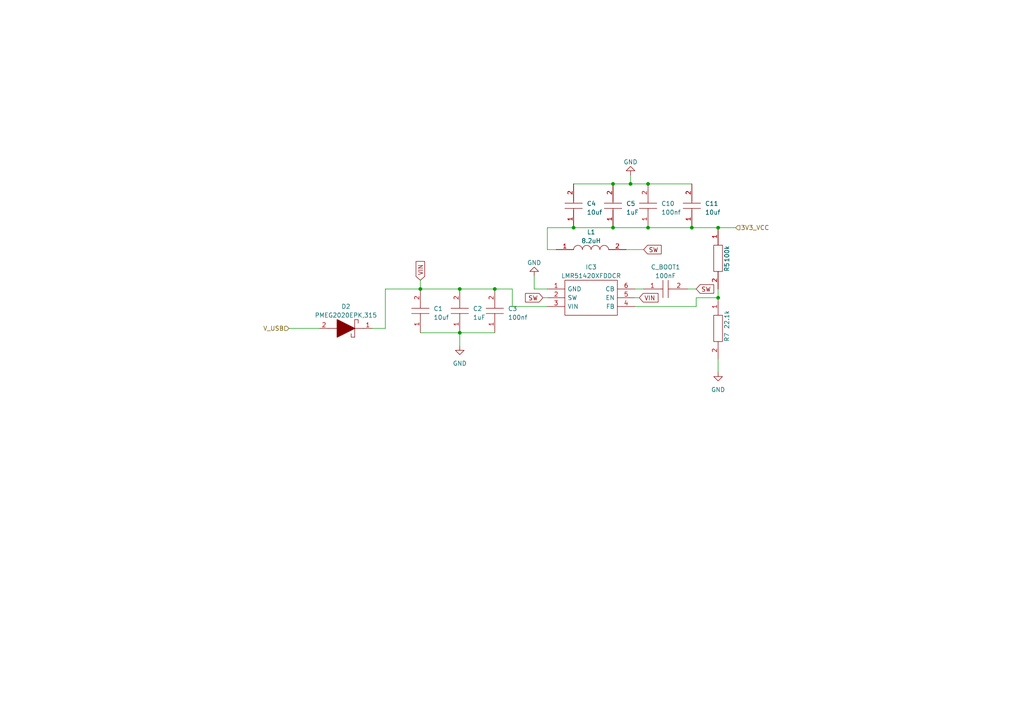
<source format=kicad_sch>
(kicad_sch (version 20230121) (generator eeschema)
  (paper "A4")
  (lib_symbols
    (symbol "SamacSys_Parts:0402B102K500NT" (pin_names (offset 0.762))
      (property "Reference" "C" (at 8.89 6.35 0))
      (property "Value" "0402B102K500NT" (at 8.89 3.81 0))
      (symbol "0402B102K500NT_0_0"
        (pin passive line (at 0 0 0) (length 5.08) (name "~") (number "1"))
        (pin passive line (at 12.7 0 180) (length 5.08) (name "~") (number "2"))
      )
      (symbol "0402B102K500NT_0_1"
        (polyline (pts (xy 5.08 0) (xy 5.588 0)) (stroke (width 0.1524)))
        (polyline (pts (xy 5.588 2.54) (xy 5.588 -2.54)) (stroke (width 0.1524)))
        (polyline (pts (xy 7.112 0) (xy 7.62 0)) (stroke (width 0.1524)))
        (polyline (pts (xy 7.112 2.54) (xy 7.112 -2.54)) (stroke (width 0.1524)))
      )
    )
    (symbol "SamacSys_Parts:DFE252012PD-1R0M=P2" (pin_names (offset 0.762))
      (property "Reference" "L" (at 16.51 6.35 0))
      (property "Value" "DFE252012PD-1R0M=P2" (at 16.51 3.81 0))
      (symbol "DFE252012PD-1R0M=P2_0_0"
        (pin passive line (at 0 0 0) (length 5.08) (name "~") (number "1"))
        (pin passive line (at 20.32 0 180) (length 5.08) (name "~") (number "2"))
      )
      (symbol "DFE252012PD-1R0M=P2_0_1"
        (arc (start 7.62 0) (mid 6.35 1.2202) (end 5.08 0) (stroke (width 0.1524)))
        (arc (start 10.16 0) (mid 8.89 1.2202) (end 7.62 0) (stroke (width 0.1524)))
        (arc (start 12.7 0) (mid 11.43 1.2202) (end 10.16 0) (stroke (width 0.1524)))
        (arc (start 15.24 0) (mid 13.97 1.2202) (end 12.7 0) (stroke (width 0.1524)))
      )
    )
    (symbol "SamacSys_Parts:LMR51420XFDDCR" (pin_names (offset 0.762))
      (property "Reference" "IC" (at 21.59 7.62 0))
      (property "Value" "LMR51420XFDDCR" (at 21.59 5.08 0))
      (symbol "LMR51420XFDDCR_0_0"
        (pin passive line (at 0 0 0) (length 5.08) (name "GND") (number "1"))
        (pin passive line (at 0 -2.54 0) (length 5.08) (name "SW") (number "2"))
        (pin passive line (at 0 -5.08 0) (length 5.08) (name "VIN") (number "3"))
        (pin passive line (at 25.4 -5.08 180) (length 5.08) (name "FB") (number "4"))
        (pin passive line (at 25.4 -2.54 180) (length 5.08) (name "EN") (number "5"))
        (pin passive line (at 25.4 0 180) (length 5.08) (name "CB") (number "6"))
      )
      (symbol "LMR51420XFDDCR_0_1"
        (polyline (pts (xy 5.08 2.54) (xy 20.32 2.54) (xy 20.32 -7.62) (xy 5.08 -7.62) (xy 5.08 2.54)) (stroke (width 0.1524)))
      )
    )
    (symbol "SamacSys_Parts:PMEG2020EPK,315" (pin_names (offset 0.762))
      (property "Reference" "D" (at 12.7 8.89 0))
      (property "Value" "PMEG2020EPK,315" (at 12.7 6.35 0))
      (symbol "PMEG2020EPK,315_0_0"
        (pin passive line (at 2.54 0 0) (length 2.54) (name "~") (number "1"))
        (pin passive line (at 17.78 0 180) (length 2.54) (name "~") (number "2"))
      )
      (symbol "PMEG2020EPK,315_0_1"
        (polyline (pts (xy 5.08 0) (xy 7.62 0)) (stroke (width 0.1524)))
        (polyline (pts (xy 7.62 2.54) (xy 7.62 -2.54)) (stroke (width 0.1524)))
        (polyline (pts (xy 12.7 0) (xy 15.24 0)) (stroke (width 0.1524)))
        (polyline (pts (xy 7.62 -2.54) (xy 6.604 -2.54) (xy 6.604 -1.524)) (stroke (width 0.1524)))
        (polyline (pts (xy 7.62 2.54) (xy 8.636 2.54) (xy 8.636 1.524)) (stroke (width 0.1524)))
        (polyline (pts (xy 7.62 0) (xy 12.7 2.54) (xy 12.7 -2.54) (xy 7.62 0)) (stroke (width 0.254)) (fill (type outline)))
      )
    )
    (symbol "SamacSys_Parts:RMCF0603ZT0R00" (pin_names (offset 0.762))
      (property "Reference" "R" (at 13.97 6.35 0))
      (property "Value" "RMCF0603ZT0R00" (at 13.97 3.81 0))
      (symbol "RMCF0603ZT0R00_0_0"
        (pin passive line (at 0 0 0) (length 5.08) (name "~") (number "1"))
        (pin passive line (at 17.78 0 180) (length 5.08) (name "~") (number "2"))
      )
      (symbol "RMCF0603ZT0R00_0_1"
        (polyline (pts (xy 5.08 1.27) (xy 12.7 1.27) (xy 12.7 -1.27) (xy 5.08 -1.27) (xy 5.08 1.27)) (stroke (width 0.1524)))
      )
    )
    (symbol "power:GND" (power) (pin_names (offset 0))
      (property "Value" "GND" (at 0 -3.81 0))
      (symbol "GND_0_1"
        (polyline (pts (xy 0 0) (xy 0 -1.27) (xy 1.27 -1.27) (xy 0 -2.54) (xy -1.27 -1.27) (xy 0 -1.27)))
      )
      (symbol "GND_1_1"
        (pin power_in line (at 0 0 270) (length 0) hide (name "GND") (number "1"))
      )
    )
  )
  (junction (at 177.8 66.04))
  (junction (at 187.96 66.04))
  (junction (at 133.35 83.82))
  (junction (at 121.92 83.82))
  (junction (at 177.8 53.34))
  (junction (at 200.66 66.04))
  (junction (at 182.88 53.34))
  (junction (at 143.51 83.82))
  (junction (at 208.28 86.36))
  (junction (at 187.96 53.34))
  (junction (at 166.37 66.04))
  (junction (at 133.35 96.52))
  (junction (at 208.28 66.04))
  (wire (pts (xy 121.92 96.52) (xy 133.35 96.52)))
  (wire (pts (xy 184.15 88.9) (xy 201.93 88.9)))
  (wire (pts (xy 158.75 66.04) (xy 166.37 66.04)))
  (wire (pts (xy 148.59 88.9) (xy 148.59 83.82)))
  (wire (pts (xy 184.15 83.82) (xy 186.69 83.82)))
  (wire (pts (xy 161.29 72.39) (xy 158.75 72.39)))
  (wire (pts (xy 181.61 72.39) (xy 186.69 72.39)))
  (wire (pts (xy 166.37 66.04) (xy 177.8 66.04)))
  (wire (pts (xy 201.93 86.36) (xy 208.28 86.36)))
  (wire (pts (xy 133.35 96.52) (xy 133.35 100.33)))
  (wire (pts (xy 187.96 53.34) (xy 200.66 53.34)))
  (wire (pts (xy 158.75 72.39) (xy 158.75 66.04)))
  (wire (pts (xy 208.28 104.14) (xy 208.28 107.95)))
  (wire (pts (xy 182.88 50.8) (xy 182.88 53.34)))
  (wire (pts (xy 154.94 80.01) (xy 154.94 83.82)))
  (wire (pts (xy 182.88 53.34) (xy 187.96 53.34)))
  (wire (pts (xy 158.75 88.9) (xy 148.59 88.9)))
  (wire (pts (xy 111.76 83.82) (xy 121.92 83.82)))
  (wire (pts (xy 133.35 96.52) (xy 143.51 96.52)))
  (wire (pts (xy 148.59 83.82) (xy 143.51 83.82)))
  (wire (pts (xy 133.35 83.82) (xy 143.51 83.82)))
  (wire (pts (xy 187.96 66.04) (xy 200.66 66.04)))
  (wire (pts (xy 166.37 53.34) (xy 177.8 53.34)))
  (wire (pts (xy 121.92 83.82) (xy 133.35 83.82)))
  (wire (pts (xy 121.92 81.28) (xy 121.92 83.82)))
  (wire (pts (xy 83.82 95.25) (xy 92.71 95.25)))
  (wire (pts (xy 208.28 66.04) (xy 213.36 66.04)))
  (wire (pts (xy 154.94 83.82) (xy 158.75 83.82)))
  (wire (pts (xy 208.28 83.82) (xy 208.28 86.36)))
  (wire (pts (xy 111.76 95.25) (xy 107.95 95.25)))
  (wire (pts (xy 184.15 86.36) (xy 185.42 86.36)))
  (wire (pts (xy 111.76 83.82) (xy 111.76 95.25)))
  (wire (pts (xy 201.93 88.9) (xy 201.93 86.36)))
  (wire (pts (xy 199.39 83.82) (xy 201.93 83.82)))
  (wire (pts (xy 157.48 86.36) (xy 158.75 86.36)))
  (wire (pts (xy 177.8 66.04) (xy 187.96 66.04)))
  (wire (pts (xy 177.8 53.34) (xy 182.88 53.34)))
  (wire (pts (xy 200.66 66.04) (xy 208.28 66.04)))
  (global_label "SW" (shape input) (at 157.48 86.36 180) (property "Intersheetrefs" "${INTERSHEET_REFS}" (effects hide)))
  (global_label "SW" (shape input) (at 201.93 83.82 0) (property "Intersheetrefs" "${INTERSHEET_REFS}" (effects hide)))
  (global_label "SW" (shape input) (at 186.69 72.39 0) (property "Intersheetrefs" "${INTERSHEET_REFS}" (effects hide)))
  (global_label "VIN" (shape input) (at 121.92 81.28 90) (property "Intersheetrefs" "${INTERSHEET_REFS}" (effects hide)))
  (global_label "VIN" (shape input) (at 185.42 86.36 0) (property "Intersheetrefs" "${INTERSHEET_REFS}" (effects hide)))
  (hierarchical_label "V_USB" (shape input) (at 83.82 95.25 180) (property "Intersheetrefs" "${INTERSHEET_REFS}" (effects hide)))
  (hierarchical_label "3V3_VCC" (shape input) (at 213.36 66.04 0))
  (symbol (lib_id "SamacSys_Parts:LMR51420XFDDCR") (at 158.75 83.82 0) (unit 1)
    (property "Reference" "IC3" (at 171.45 77.47 0))
    (property "Value" "LMR51420XFDDCR" (at 171.45 80.01 0))
    (property "Footprint" "SOT95P280X110-6N" (effects hide))
    (property "Datasheet" "https://www.ti.com/lit/ds/symlink/lmr51420.pdf?ts=1662461097045&ref_url=https%253A%252F%252Fwww.ti.com%252Fproduct%252FLMR51420%252Fpart-details%252FLMR51420XFDDCR" (effects hide))
    (property "Description" "Switching Voltage Regulators SIMPLE SWITCHER power converter 4.5-V to 36-V, 2-A, synchronous buck with 40-uA IQ" (effects hide))
    (property "Height" "1.1" (effects hide))
    (property "Manufacturer_Name" "Texas Instruments" (effects hide))
    (property "Manufacturer_Part_Number" "LMR51420XFDDCR" (effects hide))
    (property "Mouser Part Number" "595-LMR51420XFDDCR" (effects hide))
    (property "Mouser Price/Stock" "https://www.mouser.co.uk/ProductDetail/Texas-Instruments/LMR51420XFDDCR?qs=vvQtp7zwQdMiXKT41134nA%3D%3D" (effects hide))
    (property "Arrow Part Number" "LMR51420XFDDCR" (effects hide))
    (property "Arrow Price/Stock" "https://www.arrow.com/en/products/lmr51420xfddcr/texas-instruments?region=nac" (effects hide))
    (property "LCSC Part Number" "C5383002" (effects hide))
  )
  (symbol (lib_id "power:GND") (at 208.28 107.95 0) (unit 1)
    (property "Reference" "#PWR08" (effects hide))
    (property "Value" "GND" (at 208.28 113.03 0))
    (instances (project "Automated_Aquarium_v3" (path "" (reference "#PWR08") (unit 1))) (project "Dot-LED" (path "" (reference "#PWR017") (unit 1))))
  )
  (symbol (lib_id "power:GND") (at 133.35 100.33 0) (unit 1)
    (property "Reference" "#PWR03" (effects hide))
    (property "Value" "GND" (at 133.35 105.41 0))
    (instances (project "Automated_Aquarium_v3" (path "" (reference "#PWR03") (unit 1))) (project "Dot-LED" (path "" (reference "#PWR016") (unit 1))))
  )
  (symbol (lib_id "SamacSys_Parts:0402B102K500NT") (at 177.8 66.04 90) (unit 1)
    (property "Reference" "C5" (at 181.61 59.055 90) (effects (justify right)))
    (property "Value" "1uF" (at 181.61 61.595 90) (effects (justify right)))
    (property "Footprint" "Capacitor_SMD:C_0603_1608Metric_Pad1.08x0.95mm_HandSolder" (effects hide))
    (property "Datasheet" "https://mm.digikey.com/Volume0/opasdata/d220001/medias/docus/609/CL10A105KA8NNNC_Spec.pdf" (effects hide))
    (property "Description" "CAP CER 1UF 25V X5R 0603" (effects hide))
    (property "Height" "0.55" (effects hide))
    (property "Manufacturer_Name" "YAGEO" (effects hide))
    (property "Manufacturer_Part_Number" "CL10A105KA8NNNC" (effects hide))
    (property "Mouser Part Number" "1276-1102-1-ND" (effects hide))
    (property "Digi-Key_PN" "1276-1102-1-ND" (effects hide))
    (property "LCSC Part Number" "C377755" (effects hide))
    (property "MPN" "C15849" (effects hide))
    (instances (project "Automated_Aquarium_v3" (path "" (reference "C5") (unit 1))) (project "Dot-LED" (path "" (reference "C3") (unit 1)) (path "" (reference "C12") (unit 1))))
  )
  (symbol (lib_id "SamacSys_Parts:PMEG2020EPK,315") (at 110.49 95.25 180) (unit 1)
    (property "Reference" "D2" (at 100.33 88.9 0))
    (property "Value" "PMEG2020EPK,315" (at 100.33 91.44 0))
    (property "Footprint" "PMEG2020EPK315" (effects hide))
    (property "Datasheet" "https://assets.nexperia.com/documents/data-sheet/PMEG2020EPK.pdf" (effects hide))
    (property "Description" "NEXPERIA - PMEG2020EPK,315 - Schottky Rectifier, 20 V, 2 A, Single, SOD-1608, 2 Pins, 450 mV" (effects hide))
    (property "Height" "0.4" (effects hide))
    (property "Manufacturer_Name" "Nexperia" (effects hide))
    (property "Manufacturer_Part_Number" "PMEG2020EPK,315" (effects hide))
    (property "Mouser Part Number" "771-PMEG2020EPK,315" (effects hide))
    (property "Mouser Price/Stock" "https://www.mouser.co.uk/ProductDetail/Nexperia/PMEG2020EPK315?qs=zHGtguZFFhKxs4HM5hK1uw%3D%3D" (effects hide))
    (property "Arrow Part Number" "PMEG2020EPK,315" (effects hide))
    (property "Arrow Price/Stock" "https://www.arrow.com/en/products/pmeg2020epk315/nexperia?region=nac" (effects hide))
    (property "Digi-Key_PN" "771-PMEG2020EPK,315" (effects hide))
    (property "LCSC Part Number" "C552841" (effects hide))
    (property "MPN" "C552841" (effects hide))
  )
  (symbol (lib_id "power:GND") (at 182.88 50.8 180) (unit 1)
    (property "Reference" "#PWR06" (effects hide))
    (property "Value" "GND" (at 182.88 46.99 0))
    (instances (project "Automated_Aquarium_v3" (path "" (reference "#PWR06") (unit 1))) (project "Dot-LED" (path "" (reference "#PWR015") (unit 1))))
  )
  (symbol (lib_id "SamacSys_Parts:RMCF0603ZT0R00") (at 208.28 86.36 270) (unit 1)
    (property "Reference" "R7" (at 210.82 97.79 0))
    (property "Value" "22.1k" (at 210.82 92.71 0))
    (property "Footprint" "RESC1608X55N" (effects hide))
    (property "Description" "RES, 0603, Jumper" (effects hide))
    (property "Height" "0.55" (effects hide))
    (property "Arrow Part Number" "RMCF0603ZT0R00" (effects hide))
    (property "Arrow Price/Stock" "https://www.arrow.com/en/products/rmcf0603zt0r00/stackpole-electronics?region=nac" (effects hide))
    (property "LCSC Part Number" "C101235" (effects hide))
    (property "MPN" "C101235" (effects hide))
    (instances (project "Automated_Aquarium_v3" (path "" (reference "R7") (unit 1))) (project "Dot-LED" (path "" (reference "R5") (unit 1)) (path "" (reference "R7") (unit 1))))
  )
  (symbol (lib_id "SamacSys_Parts:0402B102K500NT") (at 133.35 96.52 90) (unit 1)
    (property "Reference" "C2" (at 137.16 89.535 90) (effects (justify right)))
    (property "Value" "1uF" (at 137.16 92.075 90) (effects (justify right)))
    (property "Footprint" "Capacitor_SMD:C_0603_1608Metric_Pad1.08x0.95mm_HandSolder" (effects hide))
    (property "Datasheet" "https://mm.digikey.com/Volume0/opasdata/d220001/medias/docus/609/CL10A105KA8NNNC_Spec.pdf" (effects hide))
    (property "Description" "CAP CER 1UF 25V X5R 0603" (effects hide))
    (property "Height" "0.55" (effects hide))
    (property "Manufacturer_Name" "YAGEO" (effects hide))
    (property "Manufacturer_Part_Number" "CL10A105KA8NNNC" (effects hide))
    (property "Mouser Part Number" "1276-1102-1-ND" (effects hide))
    (property "Digi-Key_PN" "1276-1102-1-ND" (effects hide))
    (property "LCSC Part Number" "C377755" (effects hide))
    (property "MPN" "C15849" (effects hide))
    (instances (project "Automated_Aquarium_v3" (path "" (reference "C2") (unit 1))) (project "Dot-LED" (path "" (reference "C3") (unit 1)) (path "" (reference "C17") (unit 1))))
  )
  (symbol (lib_id "SamacSys_Parts:0402B102K500NT") (at 166.37 66.04 90) (unit 1)
    (property "Reference" "C4" (at 170.18 59.055 90) (effects (justify right)))
    (property "Value" "10uf" (at 170.18 61.595 90) (effects (justify right)))
    (property "Footprint" "Capacitor_SMD:C_0603_1608Metric_Pad1.08x0.95mm_HandSolder" (effects hide))
    (property "Height" "0.55" (effects hide))
    (property "Mouser Part Number" "1276-1102-1-ND" (effects hide))
    (property "Digi-Key_PN" "1276-1102-1-ND" (effects hide))
    (property "LCSC Part Number" "C96446" (effects hide))
    (property "MPN" "C96446" (effects hide))
    (instances (project "Automated_Aquarium_v3" (path "" (reference "C4") (unit 1))) (project "Dot-LED" (path "" (reference "C3") (unit 1)) (path "" (reference "C14") (unit 1))))
  )
  (symbol (lib_id "SamacSys_Parts:0402B102K500NT") (at 187.96 66.04 90) (unit 1)
    (property "Reference" "C10" (at 191.77 59.055 90) (effects (justify right)))
    (property "Value" "100nf" (at 191.77 61.595 90) (effects (justify right)))
    (property "Footprint" "Capacitor_SMD:C_0603_1608Metric_Pad1.08x0.95mm_HandSolder" (effects hide))
    (property "Height" "0.55" (effects hide))
    (property "LCSC Part Number" "C307349" (effects hide))
    (property "MPN" "C14663" (effects hide))
    (instances (project "Automated_Aquarium_v3" (path "" (reference "C10") (unit 1))) (project "Dot-LED" (path "" (reference "C4") (unit 1)) (path "" (reference "C13") (unit 1))))
  )
  (symbol (lib_id "SamacSys_Parts:RMCF0603ZT0R00") (at 208.28 66.04 270) (unit 1)
    (property "Reference" "R5" (at 210.82 77.47 0))
    (property "Value" "100k" (at 210.82 73.66 0))
    (property "Footprint" "RESC1608X55N" (effects hide))
    (property "Description" "RES, 0603, Jumper" (effects hide))
    (property "Height" "0.55" (effects hide))
    (property "Arrow Part Number" "RMCF0603ZT0R00" (effects hide))
    (property "Arrow Price/Stock" "https://www.arrow.com/en/products/rmcf0603zt0r00/stackpole-electronics?region=nac" (effects hide))
    (property "LCSC Part Number" "C855633" (effects hide))
    (property "MPN" "C3016414" (effects hide))
    (instances (project "Automated_Aquarium_v3" (path "" (reference "R5") (unit 1))) (project "Dot-LED" (path "" (reference "R5") (unit 1)) (path "" (reference "R6") (unit 1))))
  )
  (symbol (lib_id "SamacSys_Parts:0402B102K500NT") (at 121.92 96.52 90) (unit 1)
    (property "Reference" "C1" (at 125.73 89.535 90) (effects (justify right)))
    (property "Value" "10uf" (at 125.73 92.075 90) (effects (justify right)))
    (property "Footprint" "Capacitor_SMD:C_0603_1608Metric_Pad1.08x0.95mm_HandSolder" (effects hide))
    (property "Height" "0.55" (effects hide))
    (property "Mouser Part Number" "1276-1102-1-ND" (effects hide))
    (property "Digi-Key_PN" "1276-1102-1-ND" (effects hide))
    (property "LCSC Part Number" "C96446" (effects hide))
    (property "MPN" "C96446" (effects hide))
    (instances (project "Automated_Aquarium_v3" (path "" (reference "C1") (unit 1))) (project "Dot-LED" (path "" (reference "C3") (unit 1)) (path "" (reference "C16") (unit 1))))
  )
  (symbol (lib_id "power:GND") (at 154.94 80.01 180) (unit 1)
    (property "Reference" "#PWR04" (effects hide))
    (property "Value" "GND" (at 154.94 76.2 0))
    (instances (project "Automated_Aquarium_v3" (path "" (reference "#PWR04") (unit 1))) (project "Dot-LED" (path "" (reference "#PWR01") (unit 1))))
  )
  (symbol (lib_id "SamacSys_Parts:0402B102K500NT") (at 186.69 83.82 0) (unit 1)
    (property "Reference" "C_BOOT1" (at 193.04 77.47 0))
    (property "Value" "100nF" (at 193.04 80.01 0))
    (property "Footprint" "Capacitor_SMD:C_0603_1608Metric_Pad1.08x0.95mm_HandSolder" (effects hide))
    (property "Height" "0.55" (effects hide))
    (property "Mouser Part Number" "1276-1102-1-ND" (effects hide))
    (property "Digi-Key_PN" "1276-1102-1-ND" (effects hide))
    (property "LCSC Part Number" "C307349" (effects hide))
    (property "MPN" "C96446" (effects hide))
    (instances (project "Automated_Aquarium_v3" (path "" (reference "C_BOOT1") (unit 1))) (project "Dot-LED" (path "" (reference "C3") (unit 1)) (path "" (reference "C15") (unit 1))))
  )
  (symbol (lib_id "SamacSys_Parts:0402B102K500NT") (at 200.66 66.04 90) (unit 1)
    (property "Reference" "C11" (at 204.47 59.055 90) (effects (justify right)))
    (property "Value" "10uf" (at 204.47 61.595 90) (effects (justify right)))
    (property "Footprint" "Capacitor_SMD:C_0603_1608Metric_Pad1.08x0.95mm_HandSolder" (effects hide))
    (property "Height" "0.55" (effects hide))
    (property "Mouser Part Number" "1276-1102-1-ND" (effects hide))
    (property "Digi-Key_PN" "1276-1102-1-ND" (effects hide))
    (property "LCSC Part Number" "C96446" (effects hide))
    (property "MPN" "C96446" (effects hide))
    (instances (project "Automated_Aquarium_v3" (path "" (reference "C11") (unit 1))) (project "Dot-LED" (path "" (reference "C3") (unit 1)) (path "" (reference "C15") (unit 1))))
  )
  (symbol (lib_id "SamacSys_Parts:0402B102K500NT") (at 143.51 96.52 90) (unit 1)
    (property "Reference" "C3" (at 147.32 89.535 90) (effects (justify right)))
    (property "Value" "100nf" (at 147.32 92.075 90) (effects (justify right)))
    (property "Footprint" "Capacitor_SMD:C_0603_1608Metric_Pad1.08x0.95mm_HandSolder" (effects hide))
    (property "Height" "0.55" (effects hide))
    (property "LCSC Part Number" "C307349" (effects hide))
    (property "MPN" "C14663" (effects hide))
    (instances (project "Automated_Aquarium_v3" (path "" (reference "C3") (unit 1))) (project "Dot-LED" (path "" (reference "C4") (unit 1)) (path "" (reference "C18") (unit 1))))
  )
  (symbol (lib_id "SamacSys_Parts:DFE252012PD-1R0M=P2") (at 161.29 72.39 0) (unit 1)
    (property "Reference" "L1" (at 171.45 67.31 0))
    (property "Value" "8.2uH" (at 171.45 69.85 0))
    (property "Footprint" "DFE2HCAH1R0MJ0L" (effects hide))
    (property "Datasheet" "https://psearch.en.murata.com/inductor/product/DFE252012PD-1R0M%23.html" (effects hide))
    (property "Description" "DFE252012P_D Series Inductor 1.0uH +/-20% 1008 (2520)" (effects hide))
    (property "Height" "1.2" (effects hide))
    (property "Manufacturer_Name" "Murata Electronics" (effects hide))
    (property "Manufacturer_Part_Number" "DFE252012PD-1R0M=P2" (effects hide))
    (property "Mouser Part Number" "81-DFE252012PD1R0MP2" (effects hide))
    (property "Mouser Price/Stock" "https://www.mouser.co.uk/ProductDetail/Murata-Electronics/DFE252012PD-1R0M%3dP2?qs=AQlKX63v8RvGsSiwzbLNIA%3D%3D" (effects hide))
    (property "Arrow Part Number" "DFE252012PD-1R0M=P2" (effects hide))
    (property "Arrow Price/Stock" "https://www.arrow.com/en/products/dfe252012pd-1r0mp2/murata-manufacturing?region=nac" (effects hide))
    (property "Digi-Key_PN" "81-DFE252012PD1R0MP2" (effects hide))
    (property "LCSC Part Number" "C285917" (effects hide))
    (property "MPN" "C285917" (effects hide))
  )
)
</source>
